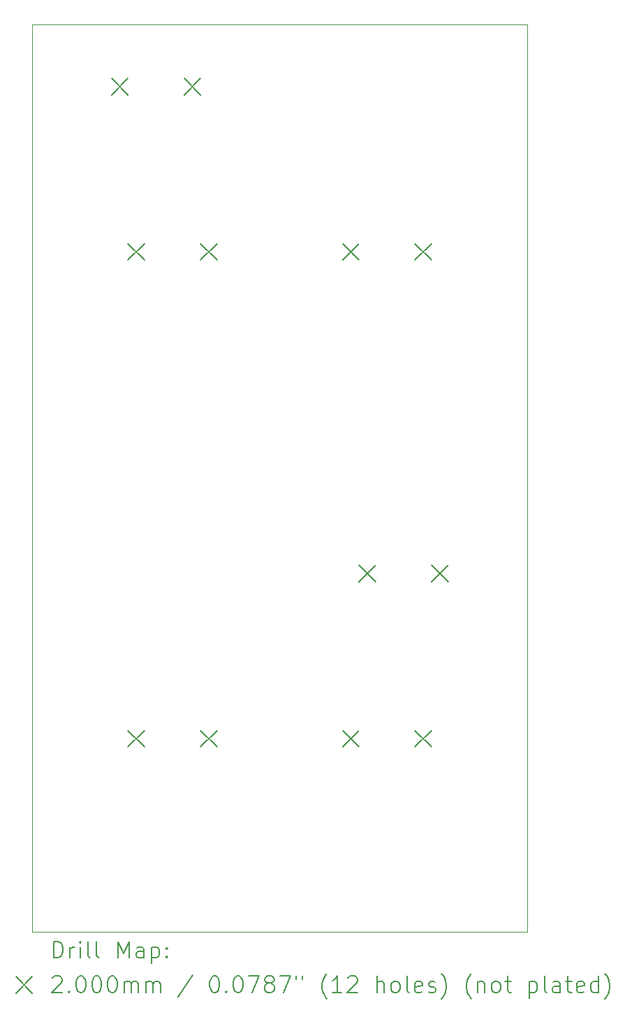
<source format=gbr>
%TF.GenerationSoftware,KiCad,Pcbnew,6.0.10+dfsg-1~bpo11+1*%
%TF.CreationDate,Date%
%TF.ProjectId,MS20-VCF,4d533230-2d56-4434-962e-6b696361645f,rev?*%
%TF.SameCoordinates,Original*%
%TF.FileFunction,Drillmap*%
%TF.FilePolarity,Positive*%
%FSLAX45Y45*%
G04 Gerber Fmt 4.5, Leading zero omitted, Abs format (unit mm)*
G04 Created by KiCad*
%MOMM*%
%LPD*%
G01*
G04 APERTURE LIST*
%ADD10C,0.050000*%
%ADD11C,0.200000*%
G04 APERTURE END LIST*
D10*
X9500000Y-3650000D02*
X15500000Y-3650000D01*
X15500000Y-3650000D02*
X15500000Y-14650000D01*
X9500000Y-3650000D02*
X9500000Y-14650000D01*
X9500000Y-14650000D02*
X15500000Y-14650000D01*
D11*
X10460000Y-4305000D02*
X10660000Y-4505000D01*
X10660000Y-4305000D02*
X10460000Y-4505000D01*
X10660000Y-6305000D02*
X10860000Y-6505000D01*
X10860000Y-6305000D02*
X10660000Y-6505000D01*
X10660000Y-12205000D02*
X10860000Y-12405000D01*
X10860000Y-12205000D02*
X10660000Y-12405000D01*
X11340000Y-4305000D02*
X11540000Y-4505000D01*
X11540000Y-4305000D02*
X11340000Y-4505000D01*
X11540000Y-6305000D02*
X11740000Y-6505000D01*
X11740000Y-6305000D02*
X11540000Y-6505000D01*
X11540000Y-12205000D02*
X11740000Y-12405000D01*
X11740000Y-12205000D02*
X11540000Y-12405000D01*
X13260000Y-6305000D02*
X13460000Y-6505000D01*
X13460000Y-6305000D02*
X13260000Y-6505000D01*
X13260000Y-12205000D02*
X13460000Y-12405000D01*
X13460000Y-12205000D02*
X13260000Y-12405000D01*
X13460000Y-10205000D02*
X13660000Y-10405000D01*
X13660000Y-10205000D02*
X13460000Y-10405000D01*
X14140000Y-6305000D02*
X14340000Y-6505000D01*
X14340000Y-6305000D02*
X14140000Y-6505000D01*
X14140000Y-12205000D02*
X14340000Y-12405000D01*
X14340000Y-12205000D02*
X14140000Y-12405000D01*
X14340000Y-10205000D02*
X14540000Y-10405000D01*
X14540000Y-10205000D02*
X14340000Y-10405000D01*
X9755119Y-14962976D02*
X9755119Y-14762976D01*
X9802738Y-14762976D01*
X9831310Y-14772500D01*
X9850357Y-14791548D01*
X9859881Y-14810595D01*
X9869405Y-14848690D01*
X9869405Y-14877262D01*
X9859881Y-14915357D01*
X9850357Y-14934405D01*
X9831310Y-14953452D01*
X9802738Y-14962976D01*
X9755119Y-14962976D01*
X9955119Y-14962976D02*
X9955119Y-14829643D01*
X9955119Y-14867738D02*
X9964643Y-14848690D01*
X9974167Y-14839167D01*
X9993214Y-14829643D01*
X10012262Y-14829643D01*
X10078929Y-14962976D02*
X10078929Y-14829643D01*
X10078929Y-14762976D02*
X10069405Y-14772500D01*
X10078929Y-14782024D01*
X10088452Y-14772500D01*
X10078929Y-14762976D01*
X10078929Y-14782024D01*
X10202738Y-14962976D02*
X10183690Y-14953452D01*
X10174167Y-14934405D01*
X10174167Y-14762976D01*
X10307500Y-14962976D02*
X10288452Y-14953452D01*
X10278929Y-14934405D01*
X10278929Y-14762976D01*
X10536071Y-14962976D02*
X10536071Y-14762976D01*
X10602738Y-14905833D01*
X10669405Y-14762976D01*
X10669405Y-14962976D01*
X10850357Y-14962976D02*
X10850357Y-14858214D01*
X10840833Y-14839167D01*
X10821786Y-14829643D01*
X10783690Y-14829643D01*
X10764643Y-14839167D01*
X10850357Y-14953452D02*
X10831310Y-14962976D01*
X10783690Y-14962976D01*
X10764643Y-14953452D01*
X10755119Y-14934405D01*
X10755119Y-14915357D01*
X10764643Y-14896309D01*
X10783690Y-14886786D01*
X10831310Y-14886786D01*
X10850357Y-14877262D01*
X10945595Y-14829643D02*
X10945595Y-15029643D01*
X10945595Y-14839167D02*
X10964643Y-14829643D01*
X11002738Y-14829643D01*
X11021786Y-14839167D01*
X11031310Y-14848690D01*
X11040833Y-14867738D01*
X11040833Y-14924881D01*
X11031310Y-14943928D01*
X11021786Y-14953452D01*
X11002738Y-14962976D01*
X10964643Y-14962976D01*
X10945595Y-14953452D01*
X11126548Y-14943928D02*
X11136071Y-14953452D01*
X11126548Y-14962976D01*
X11117024Y-14953452D01*
X11126548Y-14943928D01*
X11126548Y-14962976D01*
X11126548Y-14839167D02*
X11136071Y-14848690D01*
X11126548Y-14858214D01*
X11117024Y-14848690D01*
X11126548Y-14839167D01*
X11126548Y-14858214D01*
X9297500Y-15192500D02*
X9497500Y-15392500D01*
X9497500Y-15192500D02*
X9297500Y-15392500D01*
X9745595Y-15202024D02*
X9755119Y-15192500D01*
X9774167Y-15182976D01*
X9821786Y-15182976D01*
X9840833Y-15192500D01*
X9850357Y-15202024D01*
X9859881Y-15221071D01*
X9859881Y-15240119D01*
X9850357Y-15268690D01*
X9736071Y-15382976D01*
X9859881Y-15382976D01*
X9945595Y-15363928D02*
X9955119Y-15373452D01*
X9945595Y-15382976D01*
X9936071Y-15373452D01*
X9945595Y-15363928D01*
X9945595Y-15382976D01*
X10078929Y-15182976D02*
X10097976Y-15182976D01*
X10117024Y-15192500D01*
X10126548Y-15202024D01*
X10136071Y-15221071D01*
X10145595Y-15259167D01*
X10145595Y-15306786D01*
X10136071Y-15344881D01*
X10126548Y-15363928D01*
X10117024Y-15373452D01*
X10097976Y-15382976D01*
X10078929Y-15382976D01*
X10059881Y-15373452D01*
X10050357Y-15363928D01*
X10040833Y-15344881D01*
X10031310Y-15306786D01*
X10031310Y-15259167D01*
X10040833Y-15221071D01*
X10050357Y-15202024D01*
X10059881Y-15192500D01*
X10078929Y-15182976D01*
X10269405Y-15182976D02*
X10288452Y-15182976D01*
X10307500Y-15192500D01*
X10317024Y-15202024D01*
X10326548Y-15221071D01*
X10336071Y-15259167D01*
X10336071Y-15306786D01*
X10326548Y-15344881D01*
X10317024Y-15363928D01*
X10307500Y-15373452D01*
X10288452Y-15382976D01*
X10269405Y-15382976D01*
X10250357Y-15373452D01*
X10240833Y-15363928D01*
X10231310Y-15344881D01*
X10221786Y-15306786D01*
X10221786Y-15259167D01*
X10231310Y-15221071D01*
X10240833Y-15202024D01*
X10250357Y-15192500D01*
X10269405Y-15182976D01*
X10459881Y-15182976D02*
X10478929Y-15182976D01*
X10497976Y-15192500D01*
X10507500Y-15202024D01*
X10517024Y-15221071D01*
X10526548Y-15259167D01*
X10526548Y-15306786D01*
X10517024Y-15344881D01*
X10507500Y-15363928D01*
X10497976Y-15373452D01*
X10478929Y-15382976D01*
X10459881Y-15382976D01*
X10440833Y-15373452D01*
X10431310Y-15363928D01*
X10421786Y-15344881D01*
X10412262Y-15306786D01*
X10412262Y-15259167D01*
X10421786Y-15221071D01*
X10431310Y-15202024D01*
X10440833Y-15192500D01*
X10459881Y-15182976D01*
X10612262Y-15382976D02*
X10612262Y-15249643D01*
X10612262Y-15268690D02*
X10621786Y-15259167D01*
X10640833Y-15249643D01*
X10669405Y-15249643D01*
X10688452Y-15259167D01*
X10697976Y-15278214D01*
X10697976Y-15382976D01*
X10697976Y-15278214D02*
X10707500Y-15259167D01*
X10726548Y-15249643D01*
X10755119Y-15249643D01*
X10774167Y-15259167D01*
X10783690Y-15278214D01*
X10783690Y-15382976D01*
X10878929Y-15382976D02*
X10878929Y-15249643D01*
X10878929Y-15268690D02*
X10888452Y-15259167D01*
X10907500Y-15249643D01*
X10936071Y-15249643D01*
X10955119Y-15259167D01*
X10964643Y-15278214D01*
X10964643Y-15382976D01*
X10964643Y-15278214D02*
X10974167Y-15259167D01*
X10993214Y-15249643D01*
X11021786Y-15249643D01*
X11040833Y-15259167D01*
X11050357Y-15278214D01*
X11050357Y-15382976D01*
X11440833Y-15173452D02*
X11269405Y-15430595D01*
X11697976Y-15182976D02*
X11717024Y-15182976D01*
X11736071Y-15192500D01*
X11745595Y-15202024D01*
X11755119Y-15221071D01*
X11764643Y-15259167D01*
X11764643Y-15306786D01*
X11755119Y-15344881D01*
X11745595Y-15363928D01*
X11736071Y-15373452D01*
X11717024Y-15382976D01*
X11697976Y-15382976D01*
X11678928Y-15373452D01*
X11669405Y-15363928D01*
X11659881Y-15344881D01*
X11650357Y-15306786D01*
X11650357Y-15259167D01*
X11659881Y-15221071D01*
X11669405Y-15202024D01*
X11678928Y-15192500D01*
X11697976Y-15182976D01*
X11850357Y-15363928D02*
X11859881Y-15373452D01*
X11850357Y-15382976D01*
X11840833Y-15373452D01*
X11850357Y-15363928D01*
X11850357Y-15382976D01*
X11983690Y-15182976D02*
X12002738Y-15182976D01*
X12021786Y-15192500D01*
X12031309Y-15202024D01*
X12040833Y-15221071D01*
X12050357Y-15259167D01*
X12050357Y-15306786D01*
X12040833Y-15344881D01*
X12031309Y-15363928D01*
X12021786Y-15373452D01*
X12002738Y-15382976D01*
X11983690Y-15382976D01*
X11964643Y-15373452D01*
X11955119Y-15363928D01*
X11945595Y-15344881D01*
X11936071Y-15306786D01*
X11936071Y-15259167D01*
X11945595Y-15221071D01*
X11955119Y-15202024D01*
X11964643Y-15192500D01*
X11983690Y-15182976D01*
X12117024Y-15182976D02*
X12250357Y-15182976D01*
X12164643Y-15382976D01*
X12355119Y-15268690D02*
X12336071Y-15259167D01*
X12326548Y-15249643D01*
X12317024Y-15230595D01*
X12317024Y-15221071D01*
X12326548Y-15202024D01*
X12336071Y-15192500D01*
X12355119Y-15182976D01*
X12393214Y-15182976D01*
X12412262Y-15192500D01*
X12421786Y-15202024D01*
X12431309Y-15221071D01*
X12431309Y-15230595D01*
X12421786Y-15249643D01*
X12412262Y-15259167D01*
X12393214Y-15268690D01*
X12355119Y-15268690D01*
X12336071Y-15278214D01*
X12326548Y-15287738D01*
X12317024Y-15306786D01*
X12317024Y-15344881D01*
X12326548Y-15363928D01*
X12336071Y-15373452D01*
X12355119Y-15382976D01*
X12393214Y-15382976D01*
X12412262Y-15373452D01*
X12421786Y-15363928D01*
X12431309Y-15344881D01*
X12431309Y-15306786D01*
X12421786Y-15287738D01*
X12412262Y-15278214D01*
X12393214Y-15268690D01*
X12497976Y-15182976D02*
X12631309Y-15182976D01*
X12545595Y-15382976D01*
X12697976Y-15182976D02*
X12697976Y-15221071D01*
X12774167Y-15182976D02*
X12774167Y-15221071D01*
X13069405Y-15459167D02*
X13059881Y-15449643D01*
X13040833Y-15421071D01*
X13031309Y-15402024D01*
X13021786Y-15373452D01*
X13012262Y-15325833D01*
X13012262Y-15287738D01*
X13021786Y-15240119D01*
X13031309Y-15211548D01*
X13040833Y-15192500D01*
X13059881Y-15163928D01*
X13069405Y-15154405D01*
X13250357Y-15382976D02*
X13136071Y-15382976D01*
X13193214Y-15382976D02*
X13193214Y-15182976D01*
X13174167Y-15211548D01*
X13155119Y-15230595D01*
X13136071Y-15240119D01*
X13326548Y-15202024D02*
X13336071Y-15192500D01*
X13355119Y-15182976D01*
X13402738Y-15182976D01*
X13421786Y-15192500D01*
X13431309Y-15202024D01*
X13440833Y-15221071D01*
X13440833Y-15240119D01*
X13431309Y-15268690D01*
X13317024Y-15382976D01*
X13440833Y-15382976D01*
X13678928Y-15382976D02*
X13678928Y-15182976D01*
X13764643Y-15382976D02*
X13764643Y-15278214D01*
X13755119Y-15259167D01*
X13736071Y-15249643D01*
X13707500Y-15249643D01*
X13688452Y-15259167D01*
X13678928Y-15268690D01*
X13888452Y-15382976D02*
X13869405Y-15373452D01*
X13859881Y-15363928D01*
X13850357Y-15344881D01*
X13850357Y-15287738D01*
X13859881Y-15268690D01*
X13869405Y-15259167D01*
X13888452Y-15249643D01*
X13917024Y-15249643D01*
X13936071Y-15259167D01*
X13945595Y-15268690D01*
X13955119Y-15287738D01*
X13955119Y-15344881D01*
X13945595Y-15363928D01*
X13936071Y-15373452D01*
X13917024Y-15382976D01*
X13888452Y-15382976D01*
X14069405Y-15382976D02*
X14050357Y-15373452D01*
X14040833Y-15354405D01*
X14040833Y-15182976D01*
X14221786Y-15373452D02*
X14202738Y-15382976D01*
X14164643Y-15382976D01*
X14145595Y-15373452D01*
X14136071Y-15354405D01*
X14136071Y-15278214D01*
X14145595Y-15259167D01*
X14164643Y-15249643D01*
X14202738Y-15249643D01*
X14221786Y-15259167D01*
X14231309Y-15278214D01*
X14231309Y-15297262D01*
X14136071Y-15316309D01*
X14307500Y-15373452D02*
X14326548Y-15382976D01*
X14364643Y-15382976D01*
X14383690Y-15373452D01*
X14393214Y-15354405D01*
X14393214Y-15344881D01*
X14383690Y-15325833D01*
X14364643Y-15316309D01*
X14336071Y-15316309D01*
X14317024Y-15306786D01*
X14307500Y-15287738D01*
X14307500Y-15278214D01*
X14317024Y-15259167D01*
X14336071Y-15249643D01*
X14364643Y-15249643D01*
X14383690Y-15259167D01*
X14459881Y-15459167D02*
X14469405Y-15449643D01*
X14488452Y-15421071D01*
X14497976Y-15402024D01*
X14507500Y-15373452D01*
X14517024Y-15325833D01*
X14517024Y-15287738D01*
X14507500Y-15240119D01*
X14497976Y-15211548D01*
X14488452Y-15192500D01*
X14469405Y-15163928D01*
X14459881Y-15154405D01*
X14821786Y-15459167D02*
X14812262Y-15449643D01*
X14793214Y-15421071D01*
X14783690Y-15402024D01*
X14774167Y-15373452D01*
X14764643Y-15325833D01*
X14764643Y-15287738D01*
X14774167Y-15240119D01*
X14783690Y-15211548D01*
X14793214Y-15192500D01*
X14812262Y-15163928D01*
X14821786Y-15154405D01*
X14897976Y-15249643D02*
X14897976Y-15382976D01*
X14897976Y-15268690D02*
X14907500Y-15259167D01*
X14926548Y-15249643D01*
X14955119Y-15249643D01*
X14974167Y-15259167D01*
X14983690Y-15278214D01*
X14983690Y-15382976D01*
X15107500Y-15382976D02*
X15088452Y-15373452D01*
X15078928Y-15363928D01*
X15069405Y-15344881D01*
X15069405Y-15287738D01*
X15078928Y-15268690D01*
X15088452Y-15259167D01*
X15107500Y-15249643D01*
X15136071Y-15249643D01*
X15155119Y-15259167D01*
X15164643Y-15268690D01*
X15174167Y-15287738D01*
X15174167Y-15344881D01*
X15164643Y-15363928D01*
X15155119Y-15373452D01*
X15136071Y-15382976D01*
X15107500Y-15382976D01*
X15231309Y-15249643D02*
X15307500Y-15249643D01*
X15259881Y-15182976D02*
X15259881Y-15354405D01*
X15269405Y-15373452D01*
X15288452Y-15382976D01*
X15307500Y-15382976D01*
X15526548Y-15249643D02*
X15526548Y-15449643D01*
X15526548Y-15259167D02*
X15545595Y-15249643D01*
X15583690Y-15249643D01*
X15602738Y-15259167D01*
X15612262Y-15268690D01*
X15621786Y-15287738D01*
X15621786Y-15344881D01*
X15612262Y-15363928D01*
X15602738Y-15373452D01*
X15583690Y-15382976D01*
X15545595Y-15382976D01*
X15526548Y-15373452D01*
X15736071Y-15382976D02*
X15717024Y-15373452D01*
X15707500Y-15354405D01*
X15707500Y-15182976D01*
X15897976Y-15382976D02*
X15897976Y-15278214D01*
X15888452Y-15259167D01*
X15869405Y-15249643D01*
X15831309Y-15249643D01*
X15812262Y-15259167D01*
X15897976Y-15373452D02*
X15878928Y-15382976D01*
X15831309Y-15382976D01*
X15812262Y-15373452D01*
X15802738Y-15354405D01*
X15802738Y-15335357D01*
X15812262Y-15316309D01*
X15831309Y-15306786D01*
X15878928Y-15306786D01*
X15897976Y-15297262D01*
X15964643Y-15249643D02*
X16040833Y-15249643D01*
X15993214Y-15182976D02*
X15993214Y-15354405D01*
X16002738Y-15373452D01*
X16021786Y-15382976D01*
X16040833Y-15382976D01*
X16183690Y-15373452D02*
X16164643Y-15382976D01*
X16126548Y-15382976D01*
X16107500Y-15373452D01*
X16097976Y-15354405D01*
X16097976Y-15278214D01*
X16107500Y-15259167D01*
X16126548Y-15249643D01*
X16164643Y-15249643D01*
X16183690Y-15259167D01*
X16193214Y-15278214D01*
X16193214Y-15297262D01*
X16097976Y-15316309D01*
X16364643Y-15382976D02*
X16364643Y-15182976D01*
X16364643Y-15373452D02*
X16345595Y-15382976D01*
X16307500Y-15382976D01*
X16288452Y-15373452D01*
X16278928Y-15363928D01*
X16269405Y-15344881D01*
X16269405Y-15287738D01*
X16278928Y-15268690D01*
X16288452Y-15259167D01*
X16307500Y-15249643D01*
X16345595Y-15249643D01*
X16364643Y-15259167D01*
X16440833Y-15459167D02*
X16450357Y-15449643D01*
X16469405Y-15421071D01*
X16478928Y-15402024D01*
X16488452Y-15373452D01*
X16497976Y-15325833D01*
X16497976Y-15287738D01*
X16488452Y-15240119D01*
X16478928Y-15211548D01*
X16469405Y-15192500D01*
X16450357Y-15163928D01*
X16440833Y-15154405D01*
M02*

</source>
